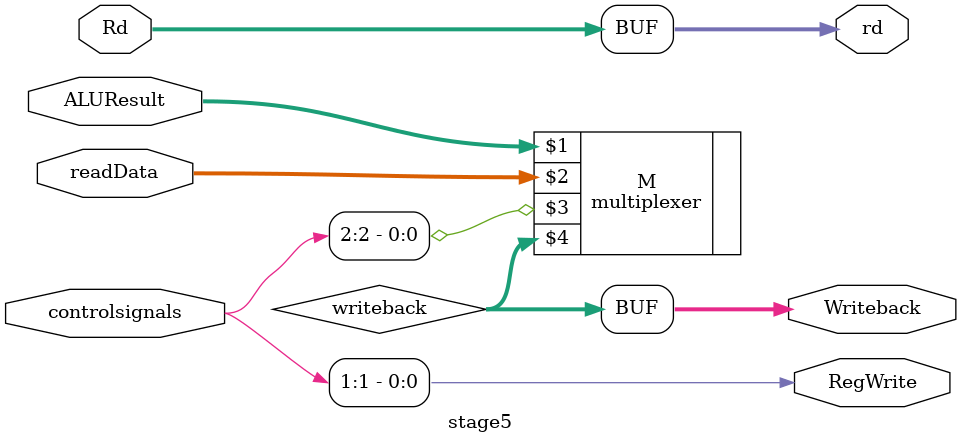
<source format=v>

module stage5(readData,ALUResult,controlsignals,Rd,RegWrite,Writeback,rd);
parameter Width=32;
// control signals -> regwrite and memtoreg

input [Width-1:0] readData,ALUResult;
input [2:0] controlsignals;
input [4:0] Rd;
output RegWrite;
output [Width-1:0] Writeback; 
output [4:0] rd;

wire [Width-1:0] writeback;
multiplexer #(Width)M(ALUResult,readData,controlsignals[2],writeback);

assign Writeback = writeback;
assign RegWrite = controlsignals[1];
assign rd = Rd;
endmodule
</source>
